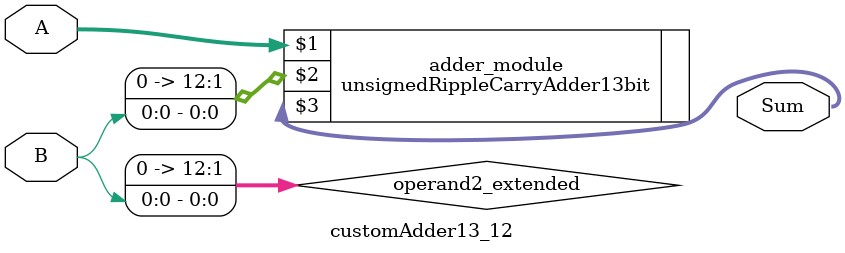
<source format=v>

module customAdder13_12(
                    input [12 : 0] A,
                    input [0 : 0] B,
                    
                    output [13 : 0] Sum
            );

    wire [12 : 0] operand2_extended;
    
    assign operand2_extended =  {12'b0, B};
    
    unsignedRippleCarryAdder13bit adder_module(
        A,
        operand2_extended,
        Sum
    );
    
endmodule
        
</source>
